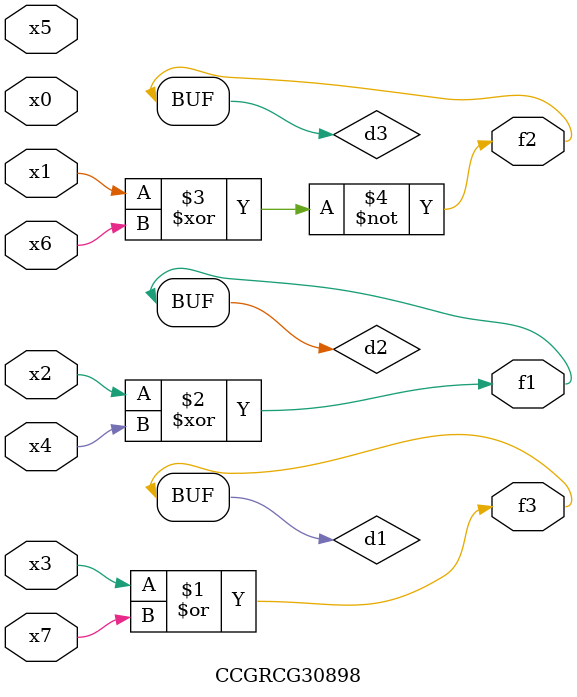
<source format=v>
module CCGRCG30898(
	input x0, x1, x2, x3, x4, x5, x6, x7,
	output f1, f2, f3
);

	wire d1, d2, d3;

	or (d1, x3, x7);
	xor (d2, x2, x4);
	xnor (d3, x1, x6);
	assign f1 = d2;
	assign f2 = d3;
	assign f3 = d1;
endmodule

</source>
